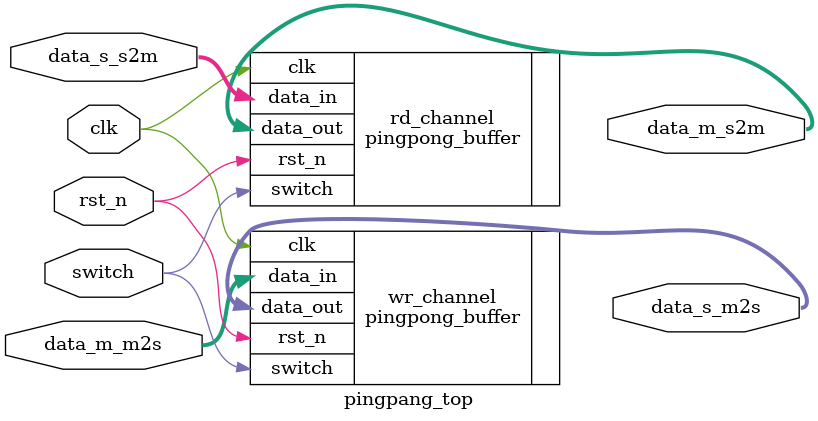
<source format=v>
`timescale 1ns / 1ps

module pingpang_top(
    input [15:0] data_m_m2s,
    input [15:0] data_s_s2m,
    input clk,
    input rst_n,
    input switch,
    output [15:0] data_m_s2m,
    output [15:0] data_s_m2s
    );
    pingpong_buffer wr_channel(.rst_n(rst_n),
    .data_in(data_m_m2s),
    .clk(clk),
    .switch(switch),
    .data_out(data_s_m2s));
    pingpong_buffer rd_channel(.rst_n(rst_n),
    .data_in(data_s_s2m),
    .clk(clk),
    .switch(switch),
    .data_out(data_m_s2m));
endmodule
</source>
